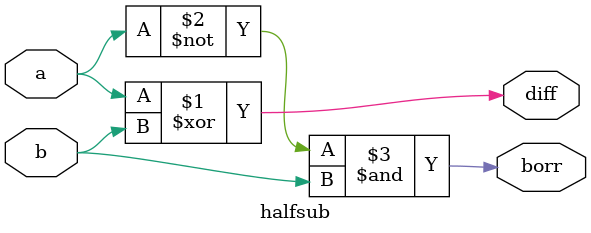
<source format=v>
module halfsub(diff,borr,a,b);
  input a,b;
  output diff,borr;
  assign diff = a^b;
  assign borr = (~a)&b;
endmodule

</source>
